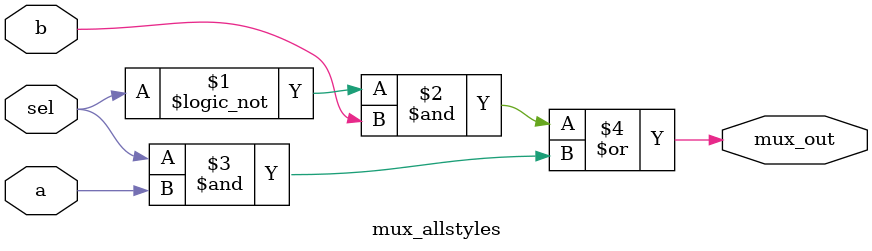
<source format=v>

module mux_allstyles (input a, input b, input sel, output mux_out);
    // Below is conditional assignment of MUX 
    //assign mux_out = (sel) ? a : b;

    // Below is using procedural assignment with "if" statement. For this condition, mux_out has to be declared as reg. 
    // Uncomment below lines to execute MUX with "if" statement
   /* reg mux_out;
    always @(*)
        begin
            if (sel==1'b1) mux_out = a;
            else mux_out = b;
        end */
    
    // Below is using procedural assignment with "case" statement. For this condition, mux_out has to be declared as reg.
    // Uncomment below lines to execute MUX with "case" statement
    /* reg mux_out;
    always @(*) 
        begin   
            case(sel)
            1'b0 : mux_out = b;
            1'b1 : mux_out = a;
            endcase
        end*/

    // Below is continuous assignement of MUX, using behavioural model.  
    assign mux_out = ((!sel) & b ) | (sel & a); 

    // We can also declare the MUX with structural assignment by choosing the exact gates we need the MUX to be synthesized with
    /*wire t1, t2;
    and selb (t1, ~sel, b);
    and sela (t2, sel, a);
    or ormux (mux_out, t1, t2);*/

endmodule
</source>
